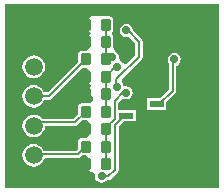
<source format=gbl>
G04*
G04 #@! TF.GenerationSoftware,Altium Limited,Altium Designer,18.0.11 (651)*
G04*
G04 Layer_Physical_Order=2*
G04 Layer_Color=16711680*
%FSLAX25Y25*%
%MOIN*%
G70*
G01*
G75*
%ADD11C,0.00787*%
G04:AMPARAMS|DCode=32|XSize=39.37mil|YSize=35.43mil|CornerRadius=4.43mil|HoleSize=0mil|Usage=FLASHONLY|Rotation=270.000|XOffset=0mil|YOffset=0mil|HoleType=Round|Shape=RoundedRectangle|*
%AMROUNDEDRECTD32*
21,1,0.03937,0.02657,0,0,270.0*
21,1,0.03051,0.03543,0,0,270.0*
1,1,0.00886,-0.01329,-0.01526*
1,1,0.00886,-0.01329,0.01526*
1,1,0.00886,0.01329,0.01526*
1,1,0.00886,0.01329,-0.01526*
%
%ADD32ROUNDEDRECTD32*%
%ADD38C,0.05906*%
%ADD39C,0.02756*%
%ADD40R,0.04724X0.02362*%
G36*
X72032Y803D02*
X803D01*
Y62189D01*
X72032D01*
Y803D01*
D02*
G37*
%LPC*%
G36*
X35581Y58193D02*
X32923D01*
X32534Y58116D01*
X32480Y58169D01*
X29331D01*
X28543Y57382D01*
Y53445D01*
X28704Y53284D01*
X29230Y52510D01*
X28704Y51736D01*
X28543Y51575D01*
Y47638D01*
X27931Y46579D01*
X26230D01*
X25750Y46484D01*
X25343Y46212D01*
X25071Y45805D01*
X24976Y45325D01*
Y42919D01*
X14877Y32820D01*
X13681Y32954D01*
X13503Y33382D01*
X12904Y34163D01*
X12122Y34763D01*
X11213Y35140D01*
X10236Y35269D01*
X9260Y35140D01*
X8350Y34763D01*
X7569Y34163D01*
X6969Y33382D01*
X6592Y32472D01*
X6464Y31496D01*
X6592Y30520D01*
X6969Y29610D01*
X7569Y28829D01*
X8350Y28229D01*
X9260Y27852D01*
X10236Y27724D01*
X11213Y27852D01*
X12122Y28229D01*
X12904Y28829D01*
X13503Y29610D01*
X13786Y30292D01*
X15256D01*
X15256Y30292D01*
X15717Y30384D01*
X16107Y30645D01*
X26482Y41019D01*
X27932D01*
X28543Y39961D01*
Y36024D01*
X28704Y35863D01*
X29230Y35089D01*
X28704Y34315D01*
X28543Y34154D01*
Y30217D01*
X27931Y29158D01*
X26230D01*
X25750Y29063D01*
X25343Y28791D01*
X25071Y28384D01*
X24976Y27904D01*
Y25498D01*
X23517Y24039D01*
X13120D01*
X12904Y24321D01*
X12122Y24920D01*
X11213Y25297D01*
X10236Y25426D01*
X9260Y25297D01*
X8350Y24920D01*
X7569Y24321D01*
X6969Y23540D01*
X6592Y22630D01*
X6464Y21654D01*
X6592Y20677D01*
X6969Y19767D01*
X7569Y18986D01*
X8350Y18386D01*
X9260Y18010D01*
X10236Y17881D01*
X11213Y18010D01*
X12122Y18386D01*
X12904Y18986D01*
X13503Y19767D01*
X13880Y20677D01*
X14006Y21630D01*
X24016D01*
X24016Y21630D01*
X24477Y21722D01*
X24867Y21983D01*
X26482Y23598D01*
X27932D01*
X28543Y22539D01*
Y18602D01*
X27932Y17544D01*
X26230D01*
X25750Y17448D01*
X25343Y17176D01*
X25071Y16769D01*
X24976Y16289D01*
Y13884D01*
X24501Y13409D01*
X13623D01*
X13503Y13697D01*
X12904Y14479D01*
X12122Y15078D01*
X11213Y15455D01*
X10236Y15583D01*
X9260Y15455D01*
X8350Y15078D01*
X7569Y14479D01*
X6969Y13697D01*
X6592Y12787D01*
X6464Y11811D01*
X6592Y10835D01*
X6969Y9925D01*
X7569Y9144D01*
X8350Y8544D01*
X9260Y8167D01*
X10236Y8039D01*
X11213Y8167D01*
X12122Y8544D01*
X12904Y9144D01*
X13503Y9925D01*
X13880Y10835D01*
X13902Y11000D01*
X25000D01*
X25000Y11000D01*
X25461Y11092D01*
X25852Y11353D01*
X26482Y11984D01*
X27833D01*
X28543Y11024D01*
Y7087D01*
X29331Y6299D01*
X29945D01*
X30727Y5118D01*
X30668Y4823D01*
X30836Y3978D01*
X31315Y3262D01*
X32031Y2783D01*
X32876Y2615D01*
X33720Y2783D01*
X34437Y3262D01*
X34675Y3619D01*
X35171D01*
X35171Y3619D01*
X35632Y3710D01*
X36022Y3971D01*
X38253Y6202D01*
X38514Y6593D01*
X38606Y7054D01*
X38606Y7054D01*
Y21548D01*
X40187Y23130D01*
X44193D01*
Y27067D01*
X38409D01*
Y29301D01*
X39928Y30821D01*
X40200Y30639D01*
X41045Y30471D01*
X41890Y30639D01*
X42606Y31118D01*
X43085Y31834D01*
X43253Y32679D01*
X43085Y33524D01*
X42606Y34240D01*
X41890Y34718D01*
X41045Y34887D01*
X40283Y34735D01*
X40132Y35492D01*
X39654Y36209D01*
X39559Y37167D01*
X46226Y43834D01*
X46226Y43834D01*
X46487Y44224D01*
X46578Y44685D01*
X46578Y44685D01*
Y49705D01*
X46578Y49705D01*
X46487Y50166D01*
X46226Y50556D01*
X46226Y50556D01*
X43349Y53433D01*
X43352Y53448D01*
X43183Y54292D01*
X42705Y55009D01*
X41989Y55487D01*
X41144Y55655D01*
X40299Y55487D01*
X39583Y55009D01*
X39104Y54292D01*
X38936Y53448D01*
X39104Y52603D01*
X39583Y51886D01*
X40299Y51408D01*
X41144Y51240D01*
X41971Y51404D01*
X44170Y49206D01*
Y45184D01*
X41216Y42230D01*
X39840Y42524D01*
X39654Y42803D01*
X38937Y43282D01*
X38723Y44488D01*
X38555Y45333D01*
X38077Y46049D01*
X37361Y46528D01*
X36972Y47200D01*
X36788Y47846D01*
X36835Y48081D01*
Y51132D01*
X36740Y51612D01*
X36620Y51790D01*
X36468Y52046D01*
Y52973D01*
X36620Y53229D01*
X36740Y53408D01*
X36835Y53888D01*
Y56939D01*
X36740Y57419D01*
X36468Y57826D01*
X36061Y58098D01*
X35581Y58193D01*
D02*
G37*
G36*
X10236Y45111D02*
X9260Y44982D01*
X8350Y44606D01*
X7569Y44006D01*
X6969Y43225D01*
X6592Y42315D01*
X6464Y41339D01*
X6592Y40362D01*
X6969Y39452D01*
X7569Y38671D01*
X8350Y38072D01*
X9260Y37695D01*
X10236Y37566D01*
X11213Y37695D01*
X12122Y38072D01*
X12904Y38671D01*
X13503Y39452D01*
X13880Y40362D01*
X14009Y41339D01*
X13880Y42315D01*
X13503Y43225D01*
X12904Y44006D01*
X12122Y44606D01*
X11213Y44982D01*
X10236Y45111D01*
D02*
G37*
G36*
X57089Y46009D02*
X56244Y45841D01*
X55528Y45362D01*
X55050Y44646D01*
X54882Y43801D01*
X55050Y42957D01*
X55390Y42447D01*
Y33865D01*
X52332Y30807D01*
X48130D01*
Y26870D01*
X54429D01*
Y29498D01*
X57446Y32515D01*
X57707Y32905D01*
X57799Y33366D01*
X57799Y33366D01*
Y41735D01*
X57934Y41762D01*
X58650Y42240D01*
X59129Y42957D01*
X59297Y43801D01*
X59129Y44646D01*
X58650Y45362D01*
X57934Y45841D01*
X57089Y46009D01*
D02*
G37*
%LPD*%
D11*
X34449Y43996D02*
X36516D01*
X34252Y43799D02*
Y55413D01*
X10236Y12205D02*
X25000D01*
X24016Y22835D02*
X27559Y26378D01*
X11417Y22835D02*
X24016D01*
X10236Y21654D02*
X11417Y22835D01*
X37795Y35240D02*
X38388Y34647D01*
X45374Y44685D02*
Y49705D01*
X37795Y37106D02*
X45374Y44685D01*
X37795Y35240D02*
Y37106D01*
X40182Y32777D02*
X41831D01*
X37205Y24078D02*
Y29800D01*
X40182Y32777D01*
X41144Y53448D02*
X41631D01*
X40551D02*
X41144D01*
X56595Y42915D02*
X56988Y43309D01*
X56595Y33366D02*
Y42915D01*
X52067Y28839D02*
X56595Y33366D01*
X41631Y53448D02*
X45374Y49705D01*
X34252Y37992D02*
X37699Y41439D01*
X38191D01*
X34252Y43799D02*
X34449Y43996D01*
X10236Y31496D02*
X15256D01*
X41043Y25098D02*
X41831D01*
X40453D02*
X41043D01*
X34252Y20571D02*
Y21125D01*
X37205Y24078D01*
X37402Y22047D02*
X40453Y25098D01*
X37402Y7054D02*
Y22047D01*
X35171Y4823D02*
X37402Y7054D01*
X32875Y4823D02*
X35171D01*
X34252Y9055D02*
Y14764D01*
X32875Y4823D02*
X32876Y4823D01*
X34252Y55413D02*
X34252Y55413D01*
X34252Y32185D02*
Y37992D01*
Y32185D02*
X34252Y32185D01*
Y26378D02*
Y32185D01*
X34252Y20571D02*
X34252Y20571D01*
Y14764D02*
Y20571D01*
X34252Y14764D02*
X34252Y14764D01*
X25000Y12205D02*
X27559Y14764D01*
X15256Y31496D02*
X27559Y43799D01*
D32*
X34252Y55413D02*
D03*
X27559D02*
D03*
X34252Y43799D02*
D03*
X27559D02*
D03*
X27559Y37992D02*
D03*
X34252D02*
D03*
X27559Y20571D02*
D03*
X34252D02*
D03*
X34252Y26378D02*
D03*
X27559D02*
D03*
X34252Y14764D02*
D03*
X27559D02*
D03*
X27559Y32185D02*
D03*
X34252D02*
D03*
X27559Y9055D02*
D03*
X34252D02*
D03*
Y49606D02*
D03*
X27559D02*
D03*
D38*
X10236Y11811D02*
D03*
Y21654D02*
D03*
Y31496D02*
D03*
Y41339D02*
D03*
Y51181D02*
D03*
D39*
X36516Y44488D02*
D03*
X59153Y32677D02*
D03*
X57089Y43801D02*
D03*
X38092Y34647D02*
D03*
X40848Y46164D02*
D03*
X38092Y41242D02*
D03*
X50000Y60433D02*
D03*
X48917Y16535D02*
D03*
X54331Y24409D02*
D03*
X55610Y2362D02*
D03*
X44488D02*
D03*
X37697D02*
D03*
X13583Y16634D02*
D03*
X14567Y34744D02*
D03*
X14567Y26772D02*
D03*
X25984Y37697D02*
D03*
X36319Y59744D02*
D03*
X38780Y48524D02*
D03*
X24409Y20276D02*
D03*
X48130Y49705D02*
D03*
X23524Y14764D02*
D03*
X23031Y5413D02*
D03*
X49409Y8366D02*
D03*
X67520Y59941D02*
D03*
X68602Y50787D02*
D03*
X64075Y45079D02*
D03*
X28642Y30512D02*
D03*
X46752Y28642D02*
D03*
X45573Y24214D02*
D03*
X39862Y28839D02*
D03*
X54134Y46654D02*
D03*
X56988Y30118D02*
D03*
X32876Y4823D02*
D03*
X41045Y32679D02*
D03*
X41144Y53448D02*
D03*
D40*
X51279Y28839D02*
D03*
Y21358D02*
D03*
X41043Y25098D02*
D03*
M02*

</source>
